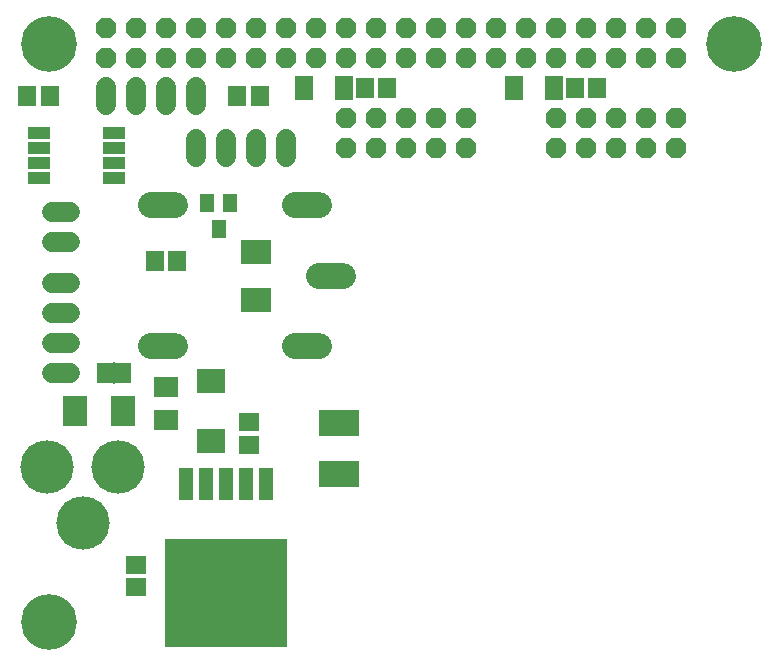
<source format=gbr>
G75*
%MOIN*%
%OFA0B0*%
%FSLAX25Y25*%
%IPPOS*%
%LPD*%
%AMOC8*
5,1,8,0,0,1.08239X$1,22.5*
%
%ADD10R,0.07887X0.07099*%
%ADD11R,0.06706X0.05918*%
%ADD12R,0.10249X0.07887*%
%ADD13R,0.09461X0.07887*%
%ADD14R,0.13792X0.08792*%
%ADD15OC8,0.06800*%
%ADD16C,0.06800*%
%ADD17C,0.08600*%
%ADD18R,0.04737X0.06312*%
%ADD19R,0.05918X0.06706*%
%ADD20R,0.04800X0.11100*%
%ADD21R,0.40800X0.36000*%
%ADD22R,0.07400X0.04000*%
%ADD23R,0.06312X0.07887*%
%ADD24R,0.07887X0.10249*%
%ADD25C,0.17800*%
%ADD26R,0.05400X0.07100*%
%ADD27R,0.00600X0.07200*%
%ADD28C,0.18580*%
D10*
X0090000Y0147922D03*
X0090000Y0158945D03*
D11*
X0117500Y0147174D03*
X0117500Y0139693D03*
X0080000Y0099674D03*
X0080000Y0092193D03*
D12*
X0120000Y0187961D03*
X0120000Y0203906D03*
D13*
X0105000Y0160973D03*
X0105000Y0140894D03*
D14*
X0147500Y0146937D03*
X0147500Y0129930D03*
D15*
X0150000Y0238434D03*
X0150000Y0248434D03*
X0160000Y0248434D03*
X0170000Y0248434D03*
X0170000Y0238434D03*
X0160000Y0238434D03*
X0180000Y0238434D03*
X0180000Y0248434D03*
X0190000Y0248434D03*
X0190000Y0238434D03*
X0190000Y0268434D03*
X0180000Y0268434D03*
X0180000Y0278434D03*
X0190000Y0278434D03*
X0200000Y0278434D03*
X0210000Y0278434D03*
X0220000Y0278434D03*
X0230000Y0278434D03*
X0240000Y0278434D03*
X0250000Y0278434D03*
X0260000Y0278434D03*
X0260000Y0268434D03*
X0250000Y0268434D03*
X0240000Y0268434D03*
X0230000Y0268434D03*
X0220000Y0268434D03*
X0210000Y0268434D03*
X0200000Y0268434D03*
X0220000Y0248434D03*
X0230000Y0248434D03*
X0240000Y0248434D03*
X0240000Y0238434D03*
X0230000Y0238434D03*
X0220000Y0238434D03*
X0250000Y0238434D03*
X0250000Y0248434D03*
X0260000Y0248434D03*
X0260000Y0238434D03*
X0170000Y0268434D03*
X0160000Y0268434D03*
X0150000Y0268434D03*
X0140000Y0268434D03*
X0140000Y0278434D03*
X0150000Y0278434D03*
X0160000Y0278434D03*
X0170000Y0278434D03*
X0130000Y0278434D03*
X0120000Y0278434D03*
X0110000Y0278434D03*
X0100000Y0278434D03*
X0090000Y0278434D03*
X0080000Y0278434D03*
X0070000Y0278434D03*
X0070000Y0268434D03*
X0080000Y0268434D03*
X0090000Y0268434D03*
X0100000Y0268434D03*
X0110000Y0268434D03*
X0120000Y0268434D03*
X0130000Y0268434D03*
D16*
X0130000Y0241434D02*
X0130000Y0235434D01*
X0120000Y0235434D02*
X0120000Y0241434D01*
X0110000Y0241434D02*
X0110000Y0235434D01*
X0100000Y0235434D02*
X0100000Y0241434D01*
X0100000Y0252934D02*
X0100000Y0258934D01*
X0090000Y0258934D02*
X0090000Y0252934D01*
X0080000Y0252934D02*
X0080000Y0258934D01*
X0070000Y0258934D02*
X0070000Y0252934D01*
X0058000Y0217184D02*
X0052000Y0217184D01*
X0052000Y0207184D02*
X0058000Y0207184D01*
X0058000Y0193434D02*
X0052000Y0193434D01*
X0052000Y0183434D02*
X0058000Y0183434D01*
X0058000Y0173434D02*
X0052000Y0173434D01*
X0052000Y0163434D02*
X0058000Y0163434D01*
D17*
X0085100Y0172434D02*
X0092900Y0172434D01*
X0133100Y0172434D02*
X0140900Y0172434D01*
X0141100Y0195934D02*
X0148900Y0195934D01*
X0140900Y0219434D02*
X0133100Y0219434D01*
X0092900Y0219434D02*
X0085100Y0219434D01*
D18*
X0103760Y0220264D03*
X0111240Y0220264D03*
X0107500Y0211603D03*
D19*
X0093740Y0200934D03*
X0086260Y0200934D03*
X0113760Y0255934D03*
X0121240Y0255934D03*
X0156260Y0258434D03*
X0163740Y0258434D03*
X0226260Y0258434D03*
X0233740Y0258434D03*
X0051240Y0255934D03*
X0043760Y0255934D03*
D20*
X0096600Y0126634D03*
X0103300Y0126634D03*
X0110000Y0126634D03*
X0116700Y0126634D03*
X0123400Y0126634D03*
D21*
X0110000Y0090334D03*
D22*
X0072500Y0228434D03*
X0072500Y0233434D03*
X0072500Y0238434D03*
X0072500Y0243434D03*
X0047500Y0243434D03*
X0047500Y0238434D03*
X0047500Y0233434D03*
X0047500Y0228434D03*
D23*
X0135807Y0258434D03*
X0149193Y0258434D03*
X0205807Y0258434D03*
X0219193Y0258434D03*
D24*
X0075472Y0150934D03*
X0059528Y0150934D03*
D25*
X0050315Y0132184D03*
X0062126Y0113680D03*
X0073937Y0132184D03*
D26*
X0075500Y0163434D03*
X0069500Y0163434D03*
D27*
X0072500Y0163434D03*
D28*
X0050883Y0080489D03*
X0050882Y0273402D03*
X0279197Y0273374D03*
M02*

</source>
